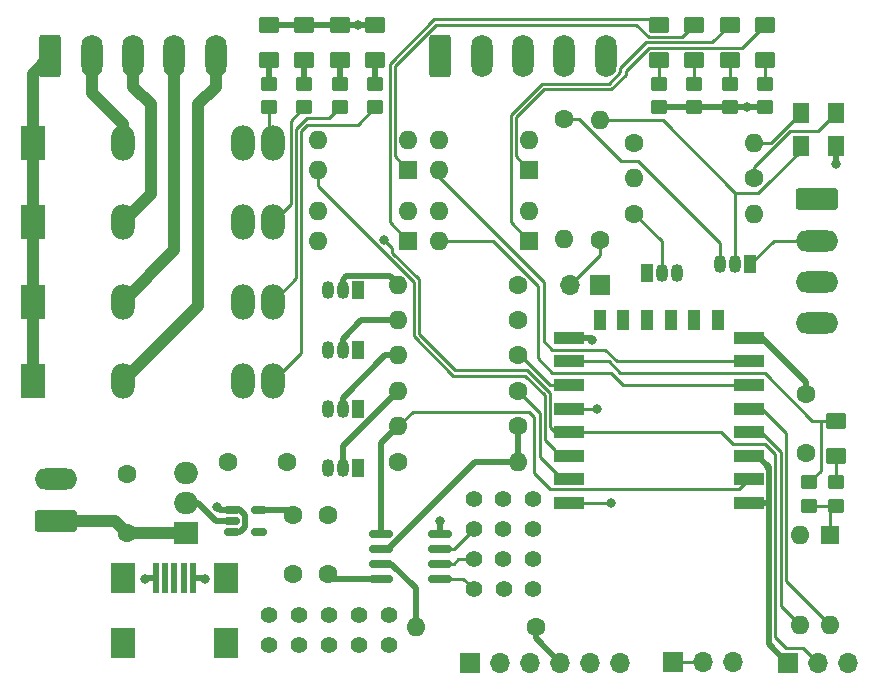
<source format=gbr>
%TF.GenerationSoftware,KiCad,Pcbnew,(6.0.7)*%
%TF.CreationDate,2023-01-15T20:37:24-05:00*%
%TF.ProjectId,ESPoules,4553506f-756c-4657-932e-6b696361645f,rev?*%
%TF.SameCoordinates,Original*%
%TF.FileFunction,Copper,L1,Top*%
%TF.FilePolarity,Positive*%
%FSLAX46Y46*%
G04 Gerber Fmt 4.6, Leading zero omitted, Abs format (unit mm)*
G04 Created by KiCad (PCBNEW (6.0.7)) date 2023-01-15 20:37:24*
%MOMM*%
%LPD*%
G01*
G04 APERTURE LIST*
G04 Aperture macros list*
%AMRoundRect*
0 Rectangle with rounded corners*
0 $1 Rounding radius*
0 $2 $3 $4 $5 $6 $7 $8 $9 X,Y pos of 4 corners*
0 Add a 4 corners polygon primitive as box body*
4,1,4,$2,$3,$4,$5,$6,$7,$8,$9,$2,$3,0*
0 Add four circle primitives for the rounded corners*
1,1,$1+$1,$2,$3*
1,1,$1+$1,$4,$5*
1,1,$1+$1,$6,$7*
1,1,$1+$1,$8,$9*
0 Add four rect primitives between the rounded corners*
20,1,$1+$1,$2,$3,$4,$5,0*
20,1,$1+$1,$4,$5,$6,$7,0*
20,1,$1+$1,$6,$7,$8,$9,0*
20,1,$1+$1,$8,$9,$2,$3,0*%
G04 Aperture macros list end*
%TA.AperFunction,SMDPad,CuDef*%
%ADD10RoundRect,0.250001X0.624999X-0.462499X0.624999X0.462499X-0.624999X0.462499X-0.624999X-0.462499X0*%
%TD*%
%TA.AperFunction,ComponentPad*%
%ADD11C,1.400000*%
%TD*%
%TA.AperFunction,ComponentPad*%
%ADD12R,1.700000X1.700000*%
%TD*%
%TA.AperFunction,ComponentPad*%
%ADD13O,1.700000X1.700000*%
%TD*%
%TA.AperFunction,ComponentPad*%
%ADD14R,2.000000X3.000000*%
%TD*%
%TA.AperFunction,ComponentPad*%
%ADD15O,2.000000X3.000000*%
%TD*%
%TA.AperFunction,ComponentPad*%
%ADD16C,1.600000*%
%TD*%
%TA.AperFunction,ComponentPad*%
%ADD17O,1.600000X1.600000*%
%TD*%
%TA.AperFunction,SMDPad,CuDef*%
%ADD18RoundRect,0.250000X0.450000X-0.350000X0.450000X0.350000X-0.450000X0.350000X-0.450000X-0.350000X0*%
%TD*%
%TA.AperFunction,SMDPad,CuDef*%
%ADD19RoundRect,0.250001X-0.624999X0.462499X-0.624999X-0.462499X0.624999X-0.462499X0.624999X0.462499X0*%
%TD*%
%TA.AperFunction,ComponentPad*%
%ADD20R,1.600000X1.600000*%
%TD*%
%TA.AperFunction,ComponentPad*%
%ADD21R,2.000000X1.905000*%
%TD*%
%TA.AperFunction,ComponentPad*%
%ADD22O,2.000000X1.905000*%
%TD*%
%TA.AperFunction,ComponentPad*%
%ADD23R,1.050000X1.500000*%
%TD*%
%TA.AperFunction,ComponentPad*%
%ADD24O,1.050000X1.500000*%
%TD*%
%TA.AperFunction,SMDPad,CuDef*%
%ADD25RoundRect,0.150000X-0.825000X-0.150000X0.825000X-0.150000X0.825000X0.150000X-0.825000X0.150000X0*%
%TD*%
%TA.AperFunction,SMDPad,CuDef*%
%ADD26RoundRect,0.250000X-0.450000X0.350000X-0.450000X-0.350000X0.450000X-0.350000X0.450000X0.350000X0*%
%TD*%
%TA.AperFunction,ComponentPad*%
%ADD27RoundRect,0.250000X-0.650000X-1.550000X0.650000X-1.550000X0.650000X1.550000X-0.650000X1.550000X0*%
%TD*%
%TA.AperFunction,ComponentPad*%
%ADD28O,1.800000X3.600000*%
%TD*%
%TA.AperFunction,ComponentPad*%
%ADD29RoundRect,0.250000X1.550000X-0.650000X1.550000X0.650000X-1.550000X0.650000X-1.550000X-0.650000X0*%
%TD*%
%TA.AperFunction,ComponentPad*%
%ADD30O,3.600000X1.800000*%
%TD*%
%TA.AperFunction,SMDPad,CuDef*%
%ADD31R,2.500000X1.000000*%
%TD*%
%TA.AperFunction,SMDPad,CuDef*%
%ADD32R,1.000000X1.800000*%
%TD*%
%TA.AperFunction,SMDPad,CuDef*%
%ADD33RoundRect,0.250001X0.462499X0.624999X-0.462499X0.624999X-0.462499X-0.624999X0.462499X-0.624999X0*%
%TD*%
%TA.AperFunction,SMDPad,CuDef*%
%ADD34RoundRect,0.150000X-0.512500X-0.150000X0.512500X-0.150000X0.512500X0.150000X-0.512500X0.150000X0*%
%TD*%
%TA.AperFunction,SMDPad,CuDef*%
%ADD35R,0.500000X2.500000*%
%TD*%
%TA.AperFunction,SMDPad,CuDef*%
%ADD36R,2.000000X2.500000*%
%TD*%
%TA.AperFunction,ComponentPad*%
%ADD37RoundRect,0.250000X-1.550000X0.650000X-1.550000X-0.650000X1.550000X-0.650000X1.550000X0.650000X0*%
%TD*%
%TA.AperFunction,ViaPad*%
%ADD38C,0.800000*%
%TD*%
%TA.AperFunction,Conductor*%
%ADD39C,0.250000*%
%TD*%
%TA.AperFunction,Conductor*%
%ADD40C,0.500000*%
%TD*%
%TA.AperFunction,Conductor*%
%ADD41C,1.000000*%
%TD*%
G04 APERTURE END LIST*
D10*
%TO.P,D2,1,K*%
%TO.N,Net-(D2-Pad1)*%
X160000000Y-99975000D03*
%TO.P,D2,2,A*%
%TO.N,+5V*%
X160000000Y-97000000D03*
%TD*%
D11*
%TO.P,REF\u002A\u002A,1*%
%TO.N,+3.3V*%
X162540000Y-149540000D03*
%TD*%
D12*
%TO.P,J9,1,NC*%
%TO.N,unconnected-(J9-Pad1)*%
X177000000Y-151000000D03*
D13*
%TO.P,J9,2,Vcc*%
%TO.N,+5V*%
X179540000Y-151000000D03*
%TO.P,J9,3,GND*%
%TO.N,GND*%
X182080000Y-151000000D03*
%TO.P,J9,4,Vout*%
%TO.N,Net-(R1-Pad1)*%
X184620000Y-151000000D03*
%TO.P,J9,5,NC*%
%TO.N,unconnected-(J9-Pad5)*%
X187160000Y-151000000D03*
%TO.P,J9,6,NC*%
%TO.N,unconnected-(J9-Pad6)*%
X189700000Y-151000000D03*
%TD*%
D11*
%TO.P,REF\u002A\u002A,1*%
%TO.N,+3.3V*%
X162540000Y-147000000D03*
%TD*%
D14*
%TO.P,U5,1*%
%TO.N,Net-(J2-Pad1)*%
X140000000Y-113731000D03*
D15*
%TO.P,U5,2*%
%TO.N,Net-(J2-Pad3)*%
X147620000Y-113731000D03*
%TO.P,U5,3*%
%TO.N,+5V*%
X157780000Y-113731000D03*
%TO.P,U5,4*%
%TO.N,Net-(Q2-Pad3)*%
X160320000Y-113731000D03*
%TD*%
D12*
%TO.P,J5,1,Pin_1*%
%TO.N,/GPIO01*%
X194225000Y-150975000D03*
D13*
%TO.P,J5,2,Pin_2*%
X196765000Y-150975000D03*
%TO.P,J5,3,Pin_3*%
%TO.N,GND*%
X199305000Y-150975000D03*
%TD*%
D11*
%TO.P,REF\u002A\u002A,1*%
%TO.N,N/C*%
X179839765Y-139700000D03*
%TD*%
D16*
%TO.P,R10,1*%
%TO.N,/GPIO03*%
X181080000Y-128000000D03*
D17*
%TO.P,R10,2*%
%TO.N,Net-(Q4-Pad2)*%
X170920000Y-128000000D03*
%TD*%
D11*
%TO.P,REF\u002A\u002A,1*%
%TO.N,N/C*%
X170160000Y-149540000D03*
%TD*%
D16*
%TO.P,C5,1*%
%TO.N,+3.3V*%
X205500000Y-128250000D03*
%TO.P,C5,2*%
%TO.N,GND*%
X205500000Y-133250000D03*
%TD*%
D18*
%TO.P,R21,1*%
%TO.N,+5V*%
X202000000Y-104000000D03*
%TO.P,R21,2*%
%TO.N,Net-(D11-Pad2)*%
X202000000Y-102000000D03*
%TD*%
D16*
%TO.P,R2,1*%
%TO.N,GND*%
X170920000Y-134000000D03*
D17*
%TO.P,R2,2*%
%TO.N,Net-(R2-Pad2)*%
X181080000Y-134000000D03*
%TD*%
D11*
%TO.P,REF\u002A\u002A,1*%
%TO.N,N/C*%
X182366740Y-139700000D03*
%TD*%
D18*
%TO.P,R12,1*%
%TO.N,Net-(Q2-Pad3)*%
X163000000Y-104000000D03*
%TO.P,R12,2*%
%TO.N,Net-(D3-Pad1)*%
X163000000Y-102000000D03*
%TD*%
D19*
%TO.P,D8,1,K*%
%TO.N,Net-(U9-Pad1)*%
X193000000Y-97012500D03*
%TO.P,D8,2,A*%
%TO.N,Net-(R4-Pad2)*%
X193000000Y-99987500D03*
%TD*%
D16*
%TO.P,C4,1*%
%TO.N,+3.3V*%
X165000000Y-138500000D03*
%TO.P,C4,2*%
%TO.N,GND*%
X165000000Y-143500000D03*
%TD*%
D20*
%TO.P,U11,1*%
%TO.N,Net-(D10-Pad1)*%
X182050000Y-115275000D03*
D17*
%TO.P,U11,2*%
%TO.N,Net-(J6-Pad4)*%
X182050000Y-112735000D03*
%TO.P,U11,3*%
%TO.N,GND*%
X174430000Y-112735000D03*
%TO.P,U11,4*%
%TO.N,/GPIO12*%
X174430000Y-115275000D03*
%TD*%
D12*
%TO.P,J4,1,Pin_1*%
%TO.N,GND*%
X188000000Y-119000000D03*
D13*
%TO.P,J4,2,Pin_2*%
%TO.N,/GPIO00*%
X185460000Y-119000000D03*
%TD*%
D16*
%TO.P,R7,1*%
%TO.N,/GPIO00*%
X181080000Y-119000000D03*
D17*
%TO.P,R7,2*%
%TO.N,Net-(Q1-Pad2)*%
X170920000Y-119000000D03*
%TD*%
D10*
%TO.P,D3,1,K*%
%TO.N,Net-(D3-Pad1)*%
X163000000Y-99975000D03*
%TO.P,D3,2,A*%
%TO.N,+5V*%
X163000000Y-97000000D03*
%TD*%
D16*
%TO.P,R8,1*%
%TO.N,/GPIO01*%
X181080000Y-122000000D03*
D17*
%TO.P,R8,2*%
%TO.N,Net-(Q2-Pad2)*%
X170920000Y-122000000D03*
%TD*%
D21*
%TO.P,U14,1,VI*%
%TO.N,Net-(C3-Pad1)*%
X153000000Y-140000000D03*
D22*
%TO.P,U14,2,GND*%
%TO.N,GND*%
X153000000Y-137460000D03*
%TO.P,U14,3,VO*%
%TO.N,+5V*%
X153000000Y-134920000D03*
%TD*%
D16*
%TO.P,R3,1*%
%TO.N,Net-(R2-Pad2)*%
X181080000Y-131000000D03*
D17*
%TO.P,R3,2*%
%TO.N,/ADC*%
X170920000Y-131000000D03*
%TD*%
D23*
%TO.P,Q5,1,E*%
%TO.N,/GPIO01*%
X192000000Y-118000000D03*
D24*
%TO.P,Q5,2,B*%
%TO.N,Net-(Q5-Pad2)*%
X193270000Y-118000000D03*
%TO.P,Q5,3,C*%
%TO.N,+3.3V*%
X194540000Y-118000000D03*
%TD*%
D25*
%TO.P,U8,1*%
%TO.N,/ADC*%
X169525000Y-140095000D03*
%TO.P,U8,2,-*%
%TO.N,Net-(R2-Pad2)*%
X169525000Y-141365000D03*
%TO.P,U8,3,+*%
%TO.N,Net-(R1-Pad2)*%
X169525000Y-142635000D03*
%TO.P,U8,4,V-*%
%TO.N,GND*%
X169525000Y-143905000D03*
%TO.P,U8,5,+*%
%TO.N,unconnected-(U8-Pad5)*%
X174475000Y-143905000D03*
%TO.P,U8,6,-*%
%TO.N,unconnected-(U8-Pad6)*%
X174475000Y-142635000D03*
%TO.P,U8,7*%
%TO.N,unconnected-(U8-Pad7)*%
X174475000Y-141365000D03*
%TO.P,U8,8,V+*%
%TO.N,+5V*%
X174475000Y-140095000D03*
%TD*%
D18*
%TO.P,R20,1*%
%TO.N,+5V*%
X199000000Y-104000000D03*
%TO.P,R20,2*%
%TO.N,Net-(D10-Pad2)*%
X199000000Y-102000000D03*
%TD*%
D16*
%TO.P,C3,1*%
%TO.N,Net-(C3-Pad1)*%
X148000000Y-140000000D03*
%TO.P,C3,2*%
%TO.N,GND*%
X148000000Y-135000000D03*
%TD*%
D19*
%TO.P,D9,1,K*%
%TO.N,Net-(D9-Pad1)*%
X196000000Y-97012500D03*
%TO.P,D9,2,A*%
%TO.N,Net-(D9-Pad2)*%
X196000000Y-99987500D03*
%TD*%
D11*
%TO.P,REF\u002A\u002A,1*%
%TO.N,N/C*%
X179839765Y-137160000D03*
%TD*%
D26*
%TO.P,R6,1*%
%TO.N,Net-(D1-Pad1)*%
X208000000Y-135750000D03*
%TO.P,R6,2*%
%TO.N,GND*%
X208000000Y-137750000D03*
%TD*%
D11*
%TO.P,+,1*%
%TO.N,unconnected-(U8-Pad7)*%
X177323246Y-139700000D03*
%TD*%
D12*
%TO.P,J8,1,Pin_1*%
%TO.N,+3.3V*%
X203975000Y-151000000D03*
D13*
%TO.P,J8,2,Pin_2*%
%TO.N,/GPIO4*%
X206515000Y-151000000D03*
%TO.P,J8,3,Pin_3*%
%TO.N,GND*%
X209055000Y-151000000D03*
%TD*%
D27*
%TO.P,J2,1,Pin_1*%
%TO.N,Net-(J2-Pad1)*%
X141500000Y-99642500D03*
D28*
%TO.P,J2,2,Pin_2*%
%TO.N,Net-(J2-Pad2)*%
X145000000Y-99642500D03*
%TO.P,J2,3,Pin_3*%
%TO.N,Net-(J2-Pad3)*%
X148500000Y-99642500D03*
%TO.P,J2,4,Pin_4*%
%TO.N,Net-(J2-Pad4)*%
X152000000Y-99642500D03*
%TO.P,J2,5,Pin_5*%
%TO.N,Net-(J2-Pad5)*%
X155500000Y-99642500D03*
%TD*%
D18*
%TO.P,R11,1*%
%TO.N,Net-(Q1-Pad3)*%
X160000000Y-104000000D03*
%TO.P,R11,2*%
%TO.N,Net-(D2-Pad1)*%
X160000000Y-102000000D03*
%TD*%
D29*
%TO.P,J3,1,Pin_1*%
%TO.N,Net-(C3-Pad1)*%
X142000000Y-139000000D03*
D30*
%TO.P,J3,2,Pin_2*%
%TO.N,GND*%
X142000000Y-135500000D03*
%TD*%
D11*
%TO.P,REF\u002A\u002A,1*%
%TO.N,GND*%
X165080000Y-149540000D03*
%TD*%
%TO.P,REF\u002A\u002A,1*%
%TO.N,N/C*%
X170160000Y-147000000D03*
%TD*%
%TO.P,REF\u002A\u002A,1*%
%TO.N,N/C*%
X177323246Y-137160000D03*
%TD*%
D31*
%TO.P,U1,1,~{RST}*%
%TO.N,+3.3V*%
X200600000Y-137500000D03*
%TO.P,U1,2,ADC*%
%TO.N,/ADC*%
X200600000Y-135500000D03*
%TO.P,U1,3,EN*%
%TO.N,+3.3V*%
X200600000Y-133500000D03*
%TO.P,U1,4,GPIO16*%
%TO.N,Net-(SW1-Pad3)*%
X200600000Y-131500000D03*
%TO.P,U1,5,GPIO14*%
%TO.N,Net-(SW1-Pad4)*%
X200600000Y-129500000D03*
%TO.P,U1,6,GPIO12*%
%TO.N,/GPIO12*%
X200600000Y-127500000D03*
%TO.P,U1,7,GPIO13*%
%TO.N,/GPIO13*%
X200600000Y-125500000D03*
%TO.P,U1,8,VCC*%
%TO.N,+3.3V*%
X200600000Y-123500000D03*
D32*
%TO.P,U1,9,CS0*%
%TO.N,unconnected-(U1-Pad9)*%
X198000000Y-122000000D03*
%TO.P,U1,10,MISO*%
%TO.N,unconnected-(U1-Pad10)*%
X196000000Y-122000000D03*
%TO.P,U1,11,GPIO9*%
%TO.N,unconnected-(U1-Pad11)*%
X194000000Y-122000000D03*
%TO.P,U1,12,GPIO10*%
%TO.N,unconnected-(U1-Pad12)*%
X192000000Y-122000000D03*
%TO.P,U1,13,MOSI*%
%TO.N,unconnected-(U1-Pad13)*%
X190000000Y-122000000D03*
%TO.P,U1,14,SCLK*%
%TO.N,unconnected-(U1-Pad14)*%
X188000000Y-122000000D03*
D31*
%TO.P,U1,15,GND*%
%TO.N,GND*%
X185400000Y-123500000D03*
%TO.P,U1,16,GPIO15*%
%TO.N,Net-(D1-Pad2)*%
X185400000Y-125500000D03*
%TO.P,U1,17,GPIO2*%
%TO.N,/GPIO02*%
X185400000Y-127500000D03*
%TO.P,U1,18,GPIO0*%
%TO.N,/GPIO00*%
X185400000Y-129500000D03*
%TO.P,U1,19,GPIO4*%
%TO.N,/GPIO4*%
X185400000Y-131500000D03*
%TO.P,U1,20,GPIO5*%
%TO.N,/GPIO5*%
X185400000Y-133500000D03*
%TO.P,U1,21,GPIO3/RXD*%
%TO.N,/GPIO03*%
X185400000Y-135500000D03*
%TO.P,U1,22,GPIO1/TXD*%
%TO.N,/GPIO01*%
X185400000Y-137500000D03*
%TD*%
D11*
%TO.P,REF\u002A\u002A,1*%
%TO.N,N/C*%
X179863246Y-144780000D03*
%TD*%
D33*
%TO.P,D7,1,K*%
%TO.N,Net-(D7-Pad1)*%
X207987500Y-104500000D03*
%TO.P,D7,2,A*%
%TO.N,/GPIO01*%
X205012500Y-104500000D03*
%TD*%
D11*
%TO.P,REF\u002A\u002A,1*%
%TO.N,GND*%
X165080000Y-147000000D03*
%TD*%
D20*
%TO.P,U9,1*%
%TO.N,Net-(U9-Pad1)*%
X171800000Y-115275000D03*
D17*
%TO.P,U9,2*%
%TO.N,Net-(J6-Pad2)*%
X171800000Y-112735000D03*
%TO.P,U9,3*%
%TO.N,GND*%
X164180000Y-112735000D03*
%TO.P,U9,4*%
%TO.N,/GPIO4*%
X164180000Y-115275000D03*
%TD*%
D34*
%TO.P,U2,1,VIN*%
%TO.N,+5V*%
X156862500Y-138050000D03*
%TO.P,U2,2,GND*%
%TO.N,GND*%
X156862500Y-139000000D03*
%TO.P,U2,3,EN*%
%TO.N,+5V*%
X156862500Y-139950000D03*
%TO.P,U2,4,NC*%
%TO.N,unconnected-(U2-Pad4)*%
X159137500Y-139950000D03*
%TO.P,U2,5,VOUT*%
%TO.N,+3.3V*%
X159137500Y-138050000D03*
%TD*%
D16*
%TO.P,R1,1*%
%TO.N,Net-(R1-Pad1)*%
X182580000Y-148000000D03*
D17*
%TO.P,R1,2*%
%TO.N,Net-(R1-Pad2)*%
X172420000Y-148000000D03*
%TD*%
D10*
%TO.P,D4,1,K*%
%TO.N,Net-(D4-Pad1)*%
X166000000Y-99975000D03*
%TO.P,D4,2,A*%
%TO.N,+5V*%
X166000000Y-97000000D03*
%TD*%
D19*
%TO.P,D10,1,K*%
%TO.N,Net-(D10-Pad1)*%
X199000000Y-97012500D03*
%TO.P,D10,2,A*%
%TO.N,Net-(D10-Pad2)*%
X199000000Y-99987500D03*
%TD*%
D20*
%TO.P,U12,1*%
%TO.N,Net-(D11-Pad1)*%
X182050000Y-109275000D03*
D17*
%TO.P,U12,2*%
%TO.N,Net-(J6-Pad5)*%
X182050000Y-106735000D03*
%TO.P,U12,3*%
%TO.N,GND*%
X174430000Y-106735000D03*
%TO.P,U12,4*%
%TO.N,/GPIO13*%
X174430000Y-109275000D03*
%TD*%
D11*
%TO.P,-,1*%
%TO.N,unconnected-(U8-Pad6)*%
X177323246Y-142240000D03*
%TD*%
D18*
%TO.P,R13,1*%
%TO.N,Net-(Q3-Pad3)*%
X166000000Y-104000000D03*
%TO.P,R13,2*%
%TO.N,Net-(D4-Pad1)*%
X166000000Y-102000000D03*
%TD*%
D11*
%TO.P,REF\u002A\u002A,1*%
%TO.N,+5V*%
X160000000Y-149540000D03*
%TD*%
%TO.P,REF\u002A\u002A,1*%
%TO.N,N/C*%
X179839765Y-142240000D03*
%TD*%
D20*
%TO.P,SW1,1*%
%TO.N,GND*%
X207500000Y-140200000D03*
D17*
%TO.P,SW1,2*%
X204960000Y-140200000D03*
%TO.P,SW1,3*%
%TO.N,Net-(SW1-Pad3)*%
X204960000Y-147820000D03*
%TO.P,SW1,4*%
%TO.N,Net-(SW1-Pad4)*%
X207500000Y-147820000D03*
%TD*%
D10*
%TO.P,D1,1,K*%
%TO.N,Net-(D1-Pad1)*%
X208000000Y-133487500D03*
%TO.P,D1,2,A*%
%TO.N,Net-(D1-Pad2)*%
X208000000Y-130512500D03*
%TD*%
D16*
%TO.P,RTRIG1,1*%
%TO.N,/GPIO00*%
X188000000Y-115250000D03*
D17*
%TO.P,RTRIG1,2*%
%TO.N,Net-(Q6-Pad2)*%
X188000000Y-105090000D03*
%TD*%
D23*
%TO.P,Q2,1,E*%
%TO.N,GND*%
X167500000Y-124500000D03*
D24*
%TO.P,Q2,2,B*%
%TO.N,Net-(Q2-Pad2)*%
X166230000Y-124500000D03*
%TO.P,Q2,3,C*%
%TO.N,Net-(Q2-Pad3)*%
X164960000Y-124500000D03*
%TD*%
D16*
%TO.P,R17,1*%
%TO.N,Net-(Q6-Pad3)*%
X185000000Y-105000000D03*
D17*
%TO.P,R17,2*%
%TO.N,+5V*%
X185000000Y-115160000D03*
%TD*%
D23*
%TO.P,Q3,1,E*%
%TO.N,GND*%
X167500000Y-129500000D03*
D24*
%TO.P,Q3,2,B*%
%TO.N,Net-(Q3-Pad2)*%
X166230000Y-129500000D03*
%TO.P,Q3,3,C*%
%TO.N,Net-(Q3-Pad3)*%
X164960000Y-129500000D03*
%TD*%
D11*
%TO.P,REF\u002A\u002A,1*%
%TO.N,N/C*%
X182390221Y-144780000D03*
%TD*%
D16*
%TO.P,R16,1*%
%TO.N,GND*%
X190920000Y-107000000D03*
D17*
%TO.P,R16,2*%
%TO.N,/GPIO01*%
X201080000Y-107000000D03*
%TD*%
D16*
%TO.P,C1,1*%
%TO.N,+5V*%
X156500000Y-134000000D03*
%TO.P,C1,2*%
%TO.N,GND*%
X161500000Y-134000000D03*
%TD*%
%TO.P,RECHO1,1*%
%TO.N,Net-(Q5-Pad2)*%
X190920000Y-113000000D03*
D17*
%TO.P,RECHO1,2*%
%TO.N,Net-(J7-Pad3)*%
X201080000Y-113000000D03*
%TD*%
D23*
%TO.P,Q4,1,E*%
%TO.N,GND*%
X167500000Y-134500000D03*
D24*
%TO.P,Q4,2,B*%
%TO.N,Net-(Q4-Pad2)*%
X166230000Y-134500000D03*
%TO.P,Q4,3,C*%
%TO.N,Net-(Q4-Pad3)*%
X164960000Y-134500000D03*
%TD*%
D11*
%TO.P,REF\u002A\u002A,1*%
%TO.N,+5V*%
X160000000Y-147000000D03*
%TD*%
D23*
%TO.P,Q1,1,E*%
%TO.N,GND*%
X167500000Y-119500000D03*
D24*
%TO.P,Q1,2,B*%
%TO.N,Net-(Q1-Pad2)*%
X166230000Y-119500000D03*
%TO.P,Q1,3,C*%
%TO.N,Net-(Q1-Pad3)*%
X164960000Y-119500000D03*
%TD*%
D14*
%TO.P,U4,1*%
%TO.N,Net-(J2-Pad1)*%
X140000000Y-107000000D03*
D15*
%TO.P,U4,2*%
%TO.N,Net-(J2-Pad2)*%
X147620000Y-107000000D03*
%TO.P,U4,3*%
%TO.N,+5V*%
X157780000Y-107000000D03*
%TO.P,U4,4*%
%TO.N,Net-(Q1-Pad3)*%
X160320000Y-107000000D03*
%TD*%
D11*
%TO.P,REF\u002A\u002A,1*%
%TO.N,N/C*%
X167620000Y-147000000D03*
%TD*%
D26*
%TO.P,R5,1*%
%TO.N,Net-(D1-Pad2)*%
X205750000Y-135750000D03*
%TO.P,R5,2*%
%TO.N,GND*%
X205750000Y-137750000D03*
%TD*%
D27*
%TO.P,J6,1,Pin_1*%
%TO.N,GND*%
X174517500Y-99642500D03*
D28*
%TO.P,J6,2,Pin_2*%
%TO.N,Net-(J6-Pad2)*%
X178017500Y-99642500D03*
%TO.P,J6,3,Pin_3*%
%TO.N,Net-(J6-Pad3)*%
X181517500Y-99642500D03*
%TO.P,J6,4,Pin_4*%
%TO.N,Net-(J6-Pad4)*%
X185017500Y-99642500D03*
%TO.P,J6,5,Pin_5*%
%TO.N,Net-(J6-Pad5)*%
X188517500Y-99642500D03*
%TD*%
D14*
%TO.P,U7,1*%
%TO.N,Net-(J2-Pad1)*%
X140000000Y-127193000D03*
D15*
%TO.P,U7,2*%
%TO.N,Net-(J2-Pad5)*%
X147620000Y-127193000D03*
%TO.P,U7,3*%
%TO.N,+5V*%
X157780000Y-127193000D03*
%TO.P,U7,4*%
%TO.N,Net-(Q4-Pad3)*%
X160320000Y-127193000D03*
%TD*%
D18*
%TO.P,R19,1*%
%TO.N,+5V*%
X196000000Y-104000000D03*
%TO.P,R19,2*%
%TO.N,Net-(D9-Pad2)*%
X196000000Y-102000000D03*
%TD*%
D11*
%TO.P,REF\u002A\u002A,1*%
%TO.N,N/C*%
X182366740Y-142240000D03*
%TD*%
D16*
%TO.P,R15,1*%
%TO.N,Net-(D7-Pad1)*%
X201080000Y-110000000D03*
D17*
%TO.P,R15,2*%
%TO.N,GND*%
X190920000Y-110000000D03*
%TD*%
D23*
%TO.P,Q6,1,E*%
%TO.N,Net-(J7-Pad2)*%
X200750000Y-117250000D03*
D24*
%TO.P,Q6,2,B*%
%TO.N,Net-(Q6-Pad2)*%
X199480000Y-117250000D03*
%TO.P,Q6,3,C*%
%TO.N,Net-(Q6-Pad3)*%
X198210000Y-117250000D03*
%TD*%
D14*
%TO.P,U6,1*%
%TO.N,Net-(J2-Pad1)*%
X140000000Y-120462000D03*
D15*
%TO.P,U6,2*%
%TO.N,Net-(J2-Pad4)*%
X147620000Y-120462000D03*
%TO.P,U6,3*%
%TO.N,+5V*%
X157780000Y-120462000D03*
%TO.P,U6,4*%
%TO.N,Net-(Q3-Pad3)*%
X160320000Y-120462000D03*
%TD*%
D10*
%TO.P,D5,1,K*%
%TO.N,Net-(D5-Pad1)*%
X169000000Y-99975000D03*
%TO.P,D5,2,A*%
%TO.N,+5V*%
X169000000Y-97000000D03*
%TD*%
D33*
%TO.P,D6,1,K*%
%TO.N,GND*%
X207987500Y-107250000D03*
%TO.P,D6,2,A*%
%TO.N,Net-(Q6-Pad2)*%
X205012500Y-107250000D03*
%TD*%
D11*
%TO.P,REF\u002A\u002A,1*%
%TO.N,N/C*%
X167620000Y-149540000D03*
%TD*%
D18*
%TO.P,R14,1*%
%TO.N,Net-(Q4-Pad3)*%
X169000000Y-104000000D03*
%TO.P,R14,2*%
%TO.N,Net-(D5-Pad1)*%
X169000000Y-102000000D03*
%TD*%
D16*
%TO.P,R9,1*%
%TO.N,/GPIO02*%
X181080000Y-125000000D03*
D17*
%TO.P,R9,2*%
%TO.N,Net-(Q3-Pad2)*%
X170920000Y-125000000D03*
%TD*%
D11*
%TO.P,OUT,1*%
%TO.N,unconnected-(U8-Pad5)*%
X177323246Y-144780000D03*
%TD*%
D18*
%TO.P,R4,1*%
%TO.N,+5V*%
X193000000Y-104000000D03*
%TO.P,R4,2*%
%TO.N,Net-(R4-Pad2)*%
X193000000Y-102000000D03*
%TD*%
D35*
%TO.P,J1,1,VBUS*%
%TO.N,+5V*%
X150400000Y-143875000D03*
%TO.P,J1,2,D-*%
%TO.N,unconnected-(J1-Pad2)*%
X151200000Y-143875000D03*
%TO.P,J1,3,D+*%
%TO.N,unconnected-(J1-Pad3)*%
X152000000Y-143875000D03*
%TO.P,J1,4,ID*%
%TO.N,unconnected-(J1-Pad4)*%
X152800000Y-143875000D03*
%TO.P,J1,5,GND*%
%TO.N,GND*%
X153600000Y-143875000D03*
D36*
%TO.P,J1,6,Shield*%
%TO.N,unconnected-(J1-Pad6)*%
X147600000Y-149375000D03*
X156400000Y-143875000D03*
X156400000Y-149375000D03*
X147600000Y-143875000D03*
%TD*%
D16*
%TO.P,C2,1*%
%TO.N,+3.3V*%
X162000000Y-138500000D03*
%TO.P,C2,2*%
%TO.N,GND*%
X162000000Y-143500000D03*
%TD*%
D20*
%TO.P,U10,1*%
%TO.N,Net-(D9-Pad1)*%
X171800000Y-109275000D03*
D17*
%TO.P,U10,2*%
%TO.N,Net-(J6-Pad3)*%
X171800000Y-106735000D03*
%TO.P,U10,3*%
%TO.N,GND*%
X164180000Y-106735000D03*
%TO.P,U10,4*%
%TO.N,/GPIO5*%
X164180000Y-109275000D03*
%TD*%
D19*
%TO.P,D11,1,K*%
%TO.N,Net-(D11-Pad1)*%
X202000000Y-97012500D03*
%TO.P,D11,2,A*%
%TO.N,Net-(D11-Pad2)*%
X202000000Y-99987500D03*
%TD*%
D37*
%TO.P,J7,1,Pin_1*%
%TO.N,+5V*%
X206357500Y-111767500D03*
D30*
%TO.P,J7,2,Pin_2*%
%TO.N,Net-(J7-Pad2)*%
X206357500Y-115267500D03*
%TO.P,J7,3,Pin_3*%
%TO.N,Net-(J7-Pad3)*%
X206357500Y-118767500D03*
%TO.P,J7,4,Pin_4*%
%TO.N,GND*%
X206357500Y-122267500D03*
%TD*%
D11*
%TO.P,REF\u002A\u002A,1*%
%TO.N,N/C*%
X182366740Y-137160000D03*
%TD*%
D38*
%TO.N,GND*%
X207975200Y-108762800D03*
X187350400Y-123698000D03*
%TO.N,+5V*%
X200495200Y-104000000D03*
X167510400Y-97000000D03*
X174498000Y-139039600D03*
X155600400Y-137820400D03*
X149479000Y-143891000D03*
%TO.N,GND*%
X154559000Y-143891000D03*
%TO.N,/GPIO00*%
X187750000Y-129500000D03*
%TO.N,/GPIO01*%
X189000000Y-137500000D03*
%TO.N,/GPIO4*%
X169767795Y-115232205D03*
%TD*%
D39*
%TO.N,Net-(Q6-Pad3)*%
X198210000Y-115507600D02*
X198210000Y-117250000D01*
X191211200Y-108508800D02*
X198210000Y-115507600D01*
X186280000Y-105000000D02*
X189788800Y-108508800D01*
X185000000Y-105000000D02*
X186280000Y-105000000D01*
X189788800Y-108508800D02*
X191211200Y-108508800D01*
%TO.N,Net-(Q6-Pad2)*%
X193329600Y-105090000D02*
X199489600Y-111250000D01*
X188000000Y-105090000D02*
X193329600Y-105090000D01*
X199480000Y-111259600D02*
X199489600Y-111250000D01*
X199480000Y-117250000D02*
X199480000Y-111259600D01*
X199489600Y-111250000D02*
X201424000Y-111250000D01*
X201424000Y-111250000D02*
X202082400Y-110591600D01*
X202082400Y-110591600D02*
X205012500Y-107661500D01*
X205012500Y-107661500D02*
X205012500Y-107250000D01*
D40*
%TO.N,GND*%
X207987500Y-108750500D02*
X207975200Y-108762800D01*
X207987500Y-107250000D02*
X207987500Y-108750500D01*
X187152400Y-123500000D02*
X187350400Y-123698000D01*
X185400000Y-123500000D02*
X187152400Y-123500000D01*
%TO.N,+5V*%
X193000000Y-104000000D02*
X202000000Y-104000000D01*
X160000000Y-97000000D02*
X169000000Y-97000000D01*
X174475000Y-139062600D02*
X174498000Y-139039600D01*
X174475000Y-140095000D02*
X174475000Y-139062600D01*
X155830000Y-138050000D02*
X155600400Y-137820400D01*
X156862500Y-138050000D02*
X155830000Y-138050000D01*
X149495000Y-143875000D02*
X149479000Y-143891000D01*
X150400000Y-143875000D02*
X149495000Y-143875000D01*
%TO.N,GND*%
X154543000Y-143875000D02*
X154559000Y-143891000D01*
X153600000Y-143875000D02*
X154543000Y-143875000D01*
%TO.N,+5V*%
X156862500Y-139950000D02*
X157550000Y-139950000D01*
X157550000Y-139950000D02*
X158000000Y-139500000D01*
X158000000Y-139500000D02*
X158000000Y-138500000D01*
X158000000Y-138500000D02*
X157500000Y-138000000D01*
D39*
%TO.N,GND*%
X207500000Y-140200000D02*
X207500000Y-138250000D01*
X207500000Y-138250000D02*
X208000000Y-137750000D01*
D40*
X155500000Y-139000000D02*
X153960000Y-137460000D01*
X153960000Y-137460000D02*
X153000000Y-137460000D01*
X169525000Y-143905000D02*
X165405000Y-143905000D01*
X156862500Y-139000000D02*
X155500000Y-139000000D01*
X165405000Y-143905000D02*
X165000000Y-143500000D01*
D39*
X205750000Y-137750000D02*
X208000000Y-137750000D01*
D40*
%TO.N,+3.3V*%
X202300000Y-134450000D02*
X202200000Y-134450000D01*
X200600000Y-133500000D02*
X201350000Y-133500000D01*
X202300000Y-139550000D02*
X202300000Y-149450000D01*
X201350000Y-133500000D02*
X202300000Y-134450000D01*
X202300000Y-137450000D02*
X202300000Y-135450000D01*
X200600000Y-123500000D02*
X201750000Y-123500000D01*
X202300000Y-149450000D02*
X203850000Y-151000000D01*
X202250000Y-137500000D02*
X202300000Y-137450000D01*
X203850000Y-151000000D02*
X203975000Y-151000000D01*
X202200000Y-134450000D02*
X202300000Y-134550000D01*
X159137500Y-138050000D02*
X161550000Y-138050000D01*
X161550000Y-138050000D02*
X162000000Y-138500000D01*
X202300000Y-139200000D02*
X202300000Y-139550000D01*
X202300000Y-134550000D02*
X202300000Y-135450000D01*
X205500000Y-127250000D02*
X205500000Y-128250000D01*
X201200000Y-137500000D02*
X200600000Y-137500000D01*
X200600000Y-137500000D02*
X202250000Y-137500000D01*
X202300000Y-139550000D02*
X202300000Y-137450000D01*
X202300000Y-135450000D02*
X202300000Y-136400000D01*
X201750000Y-123500000D02*
X205500000Y-127250000D01*
D41*
%TO.N,Net-(C3-Pad1)*%
X148000000Y-140000000D02*
X153000000Y-140000000D01*
X147000000Y-139000000D02*
X148000000Y-140000000D01*
X142000000Y-139000000D02*
X147000000Y-139000000D01*
D39*
%TO.N,Net-(D1-Pad1)*%
X208000000Y-133487500D02*
X208000000Y-135750000D01*
%TO.N,Net-(D1-Pad2)*%
X206737500Y-134762500D02*
X206737500Y-130512500D01*
X206737500Y-130512500D02*
X206012500Y-130512500D01*
X205750000Y-135750000D02*
X206737500Y-134762500D01*
X206012500Y-130512500D02*
X202000000Y-126500000D01*
X189750000Y-126500000D02*
X202000000Y-126500000D01*
X185400000Y-125500000D02*
X188750000Y-125500000D01*
X208000000Y-130512500D02*
X206737500Y-130512500D01*
X188750000Y-125500000D02*
X189750000Y-126500000D01*
D40*
%TO.N,Net-(D2-Pad1)*%
X160000000Y-102000000D02*
X160000000Y-99975000D01*
%TO.N,Net-(D3-Pad1)*%
X163000000Y-99975000D02*
X163000000Y-102000000D01*
%TO.N,Net-(D4-Pad1)*%
X166000000Y-102000000D02*
X166000000Y-99975000D01*
%TO.N,Net-(D5-Pad1)*%
X169000000Y-99975000D02*
X169000000Y-102000000D01*
D39*
%TO.N,Net-(U9-Pad1)*%
X192537500Y-96550000D02*
X193000000Y-97012500D01*
X173960431Y-96550000D02*
X192537500Y-96550000D01*
X170225000Y-100285431D02*
X173960431Y-96550000D01*
X170225000Y-113700000D02*
X170225000Y-100285431D01*
X171800000Y-115275000D02*
X170225000Y-113700000D01*
%TO.N,/GPIO00*%
X188000000Y-116460000D02*
X185460000Y-119000000D01*
X187750000Y-129500000D02*
X185400000Y-129500000D01*
X188000000Y-115250000D02*
X188000000Y-116460000D01*
%TO.N,Net-(D7-Pad1)*%
X204148896Y-106000000D02*
X201080000Y-109068896D01*
X207987500Y-104500000D02*
X206487500Y-106000000D01*
X201080000Y-109068896D02*
X201080000Y-110000000D01*
X206487500Y-106000000D02*
X204148896Y-106000000D01*
%TO.N,Net-(R4-Pad2)*%
X193000000Y-99987500D02*
X193000000Y-102000000D01*
%TO.N,Net-(D9-Pad1)*%
X170675000Y-100471827D02*
X174146827Y-97000000D01*
X194962500Y-98050000D02*
X196000000Y-97012500D01*
X191086828Y-97000000D02*
X192136828Y-98050000D01*
X174146827Y-97000000D02*
X191086828Y-97000000D01*
X171800000Y-109275000D02*
X170675000Y-108150000D01*
X170675000Y-108150000D02*
X170675000Y-100471827D01*
X192136828Y-98050000D02*
X194962500Y-98050000D01*
%TO.N,Net-(D10-Pad1)*%
X197512500Y-98500000D02*
X199000000Y-97012500D01*
X188792412Y-102000000D02*
X189750000Y-101042412D01*
X189750000Y-100700432D02*
X191950432Y-98500000D01*
X180475000Y-104638604D02*
X183113604Y-102000000D01*
X189750000Y-101042412D02*
X189750000Y-100700432D01*
X182050000Y-115275000D02*
X180475000Y-113700000D01*
X191950432Y-98500000D02*
X197512500Y-98500000D01*
X180475000Y-113700000D02*
X180475000Y-104638604D01*
X183113604Y-102000000D02*
X188792412Y-102000000D01*
%TO.N,Net-(D10-Pad2)*%
X199000000Y-99987500D02*
X199000000Y-102000000D01*
%TO.N,Net-(D11-Pad1)*%
X200062500Y-98950000D02*
X192136828Y-98950000D01*
X180925000Y-104825000D02*
X180925000Y-108150000D01*
X190200000Y-101228808D02*
X188978808Y-102450000D01*
X183300000Y-102450000D02*
X180925000Y-104825000D01*
X188978808Y-102450000D02*
X183300000Y-102450000D01*
X180925000Y-108150000D02*
X182050000Y-109275000D01*
X202000000Y-97012500D02*
X200062500Y-98950000D01*
X192136828Y-98950000D02*
X190200000Y-100886828D01*
X190200000Y-100886828D02*
X190200000Y-101228808D01*
%TO.N,Net-(D11-Pad2)*%
X202000000Y-99987500D02*
X202000000Y-102000000D01*
D41*
%TO.N,Net-(J2-Pad1)*%
X140000000Y-127193000D02*
X140000000Y-107000000D01*
X140000000Y-101142500D02*
X141500000Y-99642500D01*
X140000000Y-107000000D02*
X140000000Y-101142500D01*
%TO.N,Net-(J2-Pad2)*%
X147620000Y-107000000D02*
X147620000Y-105370000D01*
X145000000Y-99642500D02*
X145000000Y-102750000D01*
X147620000Y-105370000D02*
X145000000Y-102750000D01*
%TO.N,Net-(J2-Pad3)*%
X148500000Y-99642500D02*
X148500000Y-102250000D01*
X148500000Y-102250000D02*
X150000000Y-103750000D01*
X150000000Y-111351000D02*
X150000000Y-103750000D01*
X147620000Y-113731000D02*
X150000000Y-111351000D01*
%TO.N,Net-(J2-Pad4)*%
X147620000Y-120462000D02*
X152000000Y-116082000D01*
X152000000Y-116082000D02*
X152000000Y-99642500D01*
%TO.N,Net-(J2-Pad5)*%
X154000000Y-103750000D02*
X154000000Y-120813000D01*
X154000000Y-120813000D02*
X152656500Y-122156500D01*
X155500000Y-99642500D02*
X155500000Y-102250000D01*
X155500000Y-102250000D02*
X154000000Y-103750000D01*
X147620000Y-127193000D02*
X152656500Y-122156500D01*
D39*
%TO.N,/GPIO01*%
X185400000Y-137500000D02*
X189000000Y-137500000D01*
X194225000Y-150975000D02*
X196765000Y-150975000D01*
X201080000Y-107000000D02*
X202512500Y-107000000D01*
X202512500Y-107000000D02*
X205012500Y-104500000D01*
%TO.N,Net-(J7-Pad2)*%
X206357500Y-115267500D02*
X202732500Y-115267500D01*
X202732500Y-115267500D02*
X200750000Y-117250000D01*
%TO.N,/GPIO4*%
X202875000Y-133375000D02*
X202000000Y-132500000D01*
X183825000Y-128188604D02*
X183825000Y-131075000D01*
X175750000Y-126250000D02*
X181886396Y-126250000D01*
X181886396Y-126250000D02*
X183825000Y-128188604D01*
X203750000Y-149750000D02*
X202875000Y-148875000D01*
X206460000Y-151000000D02*
X205210000Y-149750000D01*
X185400000Y-131500000D02*
X198250000Y-131500000D01*
X202000000Y-132500000D02*
X199250000Y-132500000D01*
X172700000Y-118552613D02*
X172700000Y-123200000D01*
X183825000Y-131075000D02*
X184250000Y-131500000D01*
X170448693Y-116301307D02*
X172700000Y-118552613D01*
X205210000Y-149750000D02*
X203750000Y-149750000D01*
X172700000Y-123200000D02*
X175750000Y-126250000D01*
X198250000Y-131500000D02*
X199250000Y-132500000D01*
X202875000Y-148875000D02*
X202875000Y-133375000D01*
X184250000Y-131500000D02*
X185400000Y-131500000D01*
X170448693Y-115913103D02*
X169767795Y-115232205D01*
X170448693Y-116301307D02*
X170448693Y-115913103D01*
D40*
%TO.N,Net-(Q1-Pad2)*%
X166535000Y-118290000D02*
X170210000Y-118290000D01*
X166230000Y-118595000D02*
X166535000Y-118290000D01*
X166230000Y-119500000D02*
X166230000Y-118595000D01*
X170210000Y-118290000D02*
X170920000Y-119000000D01*
D39*
%TO.N,Net-(Q1-Pad3)*%
X160000000Y-104000000D02*
X160000000Y-106680000D01*
X160000000Y-106680000D02*
X160320000Y-107000000D01*
D40*
X160320000Y-104320000D02*
X160000000Y-104000000D01*
%TO.N,Net-(Q2-Pad2)*%
X166230000Y-124500000D02*
X166230000Y-123595000D01*
X167825000Y-122000000D02*
X170920000Y-122000000D01*
X166230000Y-123595000D02*
X167825000Y-122000000D01*
D39*
%TO.N,Net-(Q2-Pad3)*%
X161850000Y-105150000D02*
X163000000Y-104000000D01*
X160320000Y-113731000D02*
X161850000Y-112201000D01*
X161850000Y-112201000D02*
X161850000Y-105150000D01*
D40*
%TO.N,Net-(Q3-Pad2)*%
X166230000Y-128595000D02*
X169825000Y-125000000D01*
X166230000Y-129500000D02*
X166230000Y-128595000D01*
X169825000Y-125000000D02*
X170920000Y-125000000D01*
D39*
%TO.N,Net-(Q3-Pad3)*%
X162300000Y-118482000D02*
X162300000Y-105813604D01*
X160320000Y-120462000D02*
X162300000Y-118482000D01*
X162300000Y-105813604D02*
X163188604Y-104925000D01*
X165075000Y-104925000D02*
X166000000Y-104000000D01*
X163188604Y-104925000D02*
X165075000Y-104925000D01*
D40*
%TO.N,Net-(Q4-Pad2)*%
X166230000Y-132690000D02*
X170920000Y-128000000D01*
X166230000Y-134500000D02*
X166230000Y-132690000D01*
D39*
%TO.N,Net-(Q4-Pad3)*%
X162750000Y-106000000D02*
X163250000Y-105500000D01*
X162750000Y-124763000D02*
X162750000Y-106000000D01*
X160320000Y-127193000D02*
X162750000Y-124763000D01*
X167500000Y-105500000D02*
X169000000Y-104000000D01*
X163250000Y-105500000D02*
X167500000Y-105500000D01*
D40*
%TO.N,Net-(R1-Pad1)*%
X182580000Y-148960000D02*
X184620000Y-151000000D01*
X182580000Y-148000000D02*
X182580000Y-148960000D01*
%TO.N,Net-(R1-Pad2)*%
X169525000Y-142635000D02*
X170365000Y-142635000D01*
X170365000Y-142635000D02*
X172420000Y-144690000D01*
X172420000Y-144690000D02*
X172420000Y-148000000D01*
%TO.N,Net-(R2-Pad2)*%
X181080000Y-134000000D02*
X181080000Y-131000000D01*
X169525000Y-141365000D02*
X170078528Y-141365000D01*
X177443528Y-134000000D02*
X181080000Y-134000000D01*
X170078528Y-141365000D02*
X177443528Y-134000000D01*
D39*
%TO.N,/ADC*%
X199775000Y-136325000D02*
X200600000Y-135500000D01*
D40*
X169525000Y-140095000D02*
X169525000Y-132395000D01*
D39*
X170920000Y-131000000D02*
X172170000Y-129750000D01*
X182475000Y-130225000D02*
X182475000Y-134975000D01*
X183825000Y-136325000D02*
X199775000Y-136325000D01*
X182000000Y-129750000D02*
X182475000Y-130225000D01*
X182475000Y-134975000D02*
X183825000Y-136325000D01*
D40*
X169525000Y-132395000D02*
X170920000Y-131000000D01*
D39*
X172170000Y-129750000D02*
X182000000Y-129750000D01*
%TO.N,/GPIO02*%
X181272792Y-125000000D02*
X183772792Y-127500000D01*
X183772792Y-127500000D02*
X185400000Y-127500000D01*
X181080000Y-125000000D02*
X181272792Y-125000000D01*
%TO.N,/GPIO03*%
X184850000Y-135500000D02*
X185400000Y-135500000D01*
X182925000Y-129845000D02*
X182925000Y-133575000D01*
X181080000Y-128000000D02*
X182925000Y-129845000D01*
X182925000Y-133575000D02*
X184850000Y-135500000D01*
%TO.N,Net-(SW1-Pad3)*%
X203325000Y-133188604D02*
X201636396Y-131500000D01*
X201636396Y-131500000D02*
X200600000Y-131500000D01*
X204960000Y-147820000D02*
X203325000Y-146185000D01*
X203325000Y-146185000D02*
X203325000Y-133188604D01*
%TO.N,Net-(SW1-Pad4)*%
X203775000Y-144095000D02*
X207500000Y-147820000D01*
X203775000Y-131525000D02*
X203775000Y-144095000D01*
X200600000Y-129500000D02*
X201750000Y-129500000D01*
X201750000Y-129500000D02*
X203775000Y-131525000D01*
%TO.N,/GPIO12*%
X189000000Y-126500000D02*
X190000000Y-127500000D01*
X190000000Y-127500000D02*
X200600000Y-127500000D01*
X184000000Y-126500000D02*
X189000000Y-126500000D01*
X178945991Y-115275000D02*
X182750000Y-119079009D01*
X182750000Y-119079009D02*
X182750000Y-125250000D01*
X174430000Y-115275000D02*
X178945991Y-115275000D01*
X182750000Y-125250000D02*
X184000000Y-126500000D01*
%TO.N,/GPIO13*%
X183250000Y-118750000D02*
X183250000Y-123750000D01*
X188450000Y-124500000D02*
X189450000Y-125500000D01*
X174430000Y-109275000D02*
X174430000Y-109930000D01*
X189450000Y-125500000D02*
X200600000Y-125500000D01*
X183250000Y-123750000D02*
X184000000Y-124500000D01*
X174430000Y-109930000D02*
X183250000Y-118750000D01*
X184000000Y-124500000D02*
X188450000Y-124500000D01*
%TO.N,/GPIO5*%
X175563604Y-126700000D02*
X172250000Y-123386396D01*
X172250000Y-118739009D02*
X164180000Y-110669008D01*
X183375000Y-132125000D02*
X183375000Y-128375000D01*
X183375000Y-128375000D02*
X181700000Y-126700000D01*
X181700000Y-126700000D02*
X175563604Y-126700000D01*
X164180000Y-110669008D02*
X164180000Y-109275000D01*
X172250000Y-123386396D02*
X172250000Y-118739009D01*
X184250000Y-133000000D02*
X183375000Y-132125000D01*
%TO.N,Net-(Q5-Pad2)*%
X193270000Y-115350000D02*
X193270000Y-118000000D01*
X190920000Y-113000000D02*
X193270000Y-115350000D01*
%TO.N,unconnected-(U8-Pad5)*%
X174475000Y-143905000D02*
X176448246Y-143905000D01*
X176448246Y-143905000D02*
X177323246Y-144780000D01*
%TO.N,unconnected-(U8-Pad6)*%
X174475000Y-142635000D02*
X175635000Y-142635000D01*
X175635000Y-142635000D02*
X176030000Y-142240000D01*
X176030000Y-142240000D02*
X177323246Y-142240000D01*
%TO.N,unconnected-(U8-Pad7)*%
X175658246Y-141365000D02*
X177323246Y-139700000D01*
X174475000Y-141365000D02*
X175658246Y-141365000D01*
%TO.N,Net-(D9-Pad2)*%
X196000000Y-99987500D02*
X196000000Y-102000000D01*
%TD*%
M02*

</source>
